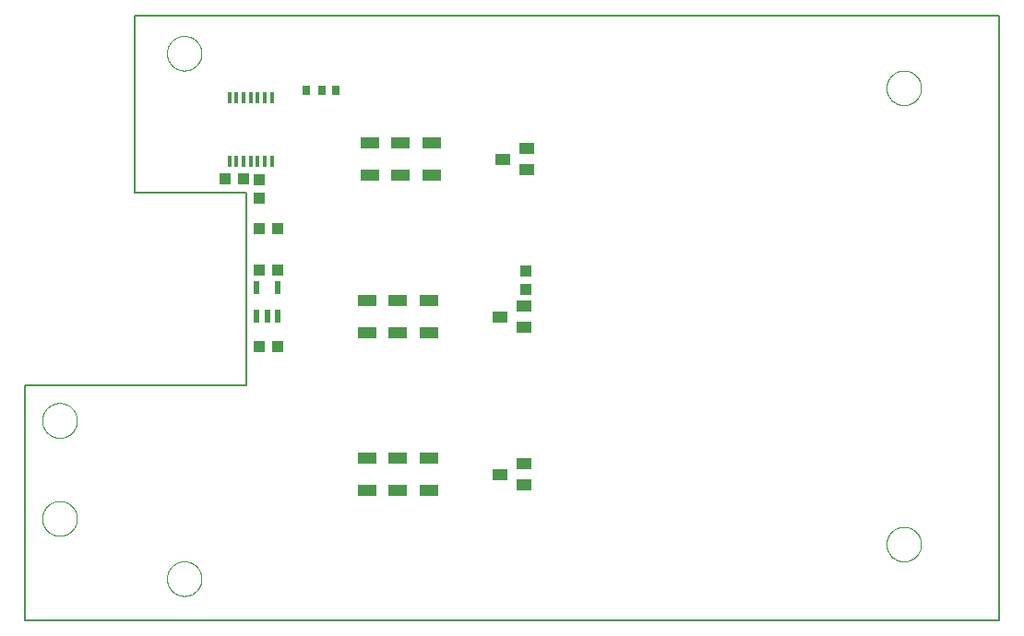
<source format=gbp>
G75*
%MOIN*%
%OFA0B0*%
%FSLAX25Y25*%
%IPPOS*%
%LPD*%
%AMOC8*
5,1,8,0,0,1.08239X$1,22.5*
%
%ADD10C,0.00500*%
%ADD11C,0.00000*%
%ADD12R,0.07100X0.04400*%
%ADD13R,0.05512X0.03937*%
%ADD14R,0.01200X0.03900*%
%ADD15R,0.04331X0.03937*%
%ADD16R,0.03937X0.04331*%
%ADD17R,0.02165X0.04724*%
%ADD18R,0.02600X0.03800*%
D10*
X0026831Y0025600D02*
X0026831Y0110600D01*
X0106831Y0110600D01*
X0106831Y0180100D01*
X0066331Y0180100D01*
X0066331Y0244100D01*
X0378831Y0244100D01*
X0378831Y0025600D01*
X0026831Y0025600D01*
D11*
X0032996Y0062383D02*
X0032998Y0062541D01*
X0033004Y0062699D01*
X0033014Y0062857D01*
X0033028Y0063015D01*
X0033046Y0063172D01*
X0033067Y0063329D01*
X0033093Y0063485D01*
X0033123Y0063641D01*
X0033156Y0063796D01*
X0033194Y0063949D01*
X0033235Y0064102D01*
X0033280Y0064254D01*
X0033329Y0064405D01*
X0033382Y0064554D01*
X0033438Y0064702D01*
X0033498Y0064848D01*
X0033562Y0064993D01*
X0033630Y0065136D01*
X0033701Y0065278D01*
X0033775Y0065418D01*
X0033853Y0065555D01*
X0033935Y0065691D01*
X0034019Y0065825D01*
X0034108Y0065956D01*
X0034199Y0066085D01*
X0034294Y0066212D01*
X0034391Y0066337D01*
X0034492Y0066459D01*
X0034596Y0066578D01*
X0034703Y0066695D01*
X0034813Y0066809D01*
X0034926Y0066920D01*
X0035041Y0067029D01*
X0035159Y0067134D01*
X0035280Y0067236D01*
X0035403Y0067336D01*
X0035529Y0067432D01*
X0035657Y0067525D01*
X0035787Y0067615D01*
X0035920Y0067701D01*
X0036055Y0067785D01*
X0036191Y0067864D01*
X0036330Y0067941D01*
X0036471Y0068013D01*
X0036613Y0068083D01*
X0036757Y0068148D01*
X0036903Y0068210D01*
X0037050Y0068268D01*
X0037199Y0068323D01*
X0037349Y0068374D01*
X0037500Y0068421D01*
X0037652Y0068464D01*
X0037805Y0068503D01*
X0037960Y0068539D01*
X0038115Y0068570D01*
X0038271Y0068598D01*
X0038427Y0068622D01*
X0038584Y0068642D01*
X0038742Y0068658D01*
X0038899Y0068670D01*
X0039058Y0068678D01*
X0039216Y0068682D01*
X0039374Y0068682D01*
X0039532Y0068678D01*
X0039691Y0068670D01*
X0039848Y0068658D01*
X0040006Y0068642D01*
X0040163Y0068622D01*
X0040319Y0068598D01*
X0040475Y0068570D01*
X0040630Y0068539D01*
X0040785Y0068503D01*
X0040938Y0068464D01*
X0041090Y0068421D01*
X0041241Y0068374D01*
X0041391Y0068323D01*
X0041540Y0068268D01*
X0041687Y0068210D01*
X0041833Y0068148D01*
X0041977Y0068083D01*
X0042119Y0068013D01*
X0042260Y0067941D01*
X0042399Y0067864D01*
X0042535Y0067785D01*
X0042670Y0067701D01*
X0042803Y0067615D01*
X0042933Y0067525D01*
X0043061Y0067432D01*
X0043187Y0067336D01*
X0043310Y0067236D01*
X0043431Y0067134D01*
X0043549Y0067029D01*
X0043664Y0066920D01*
X0043777Y0066809D01*
X0043887Y0066695D01*
X0043994Y0066578D01*
X0044098Y0066459D01*
X0044199Y0066337D01*
X0044296Y0066212D01*
X0044391Y0066085D01*
X0044482Y0065956D01*
X0044571Y0065825D01*
X0044655Y0065691D01*
X0044737Y0065555D01*
X0044815Y0065418D01*
X0044889Y0065278D01*
X0044960Y0065136D01*
X0045028Y0064993D01*
X0045092Y0064848D01*
X0045152Y0064702D01*
X0045208Y0064554D01*
X0045261Y0064405D01*
X0045310Y0064254D01*
X0045355Y0064102D01*
X0045396Y0063949D01*
X0045434Y0063796D01*
X0045467Y0063641D01*
X0045497Y0063485D01*
X0045523Y0063329D01*
X0045544Y0063172D01*
X0045562Y0063015D01*
X0045576Y0062857D01*
X0045586Y0062699D01*
X0045592Y0062541D01*
X0045594Y0062383D01*
X0045592Y0062225D01*
X0045586Y0062067D01*
X0045576Y0061909D01*
X0045562Y0061751D01*
X0045544Y0061594D01*
X0045523Y0061437D01*
X0045497Y0061281D01*
X0045467Y0061125D01*
X0045434Y0060970D01*
X0045396Y0060817D01*
X0045355Y0060664D01*
X0045310Y0060512D01*
X0045261Y0060361D01*
X0045208Y0060212D01*
X0045152Y0060064D01*
X0045092Y0059918D01*
X0045028Y0059773D01*
X0044960Y0059630D01*
X0044889Y0059488D01*
X0044815Y0059348D01*
X0044737Y0059211D01*
X0044655Y0059075D01*
X0044571Y0058941D01*
X0044482Y0058810D01*
X0044391Y0058681D01*
X0044296Y0058554D01*
X0044199Y0058429D01*
X0044098Y0058307D01*
X0043994Y0058188D01*
X0043887Y0058071D01*
X0043777Y0057957D01*
X0043664Y0057846D01*
X0043549Y0057737D01*
X0043431Y0057632D01*
X0043310Y0057530D01*
X0043187Y0057430D01*
X0043061Y0057334D01*
X0042933Y0057241D01*
X0042803Y0057151D01*
X0042670Y0057065D01*
X0042535Y0056981D01*
X0042399Y0056902D01*
X0042260Y0056825D01*
X0042119Y0056753D01*
X0041977Y0056683D01*
X0041833Y0056618D01*
X0041687Y0056556D01*
X0041540Y0056498D01*
X0041391Y0056443D01*
X0041241Y0056392D01*
X0041090Y0056345D01*
X0040938Y0056302D01*
X0040785Y0056263D01*
X0040630Y0056227D01*
X0040475Y0056196D01*
X0040319Y0056168D01*
X0040163Y0056144D01*
X0040006Y0056124D01*
X0039848Y0056108D01*
X0039691Y0056096D01*
X0039532Y0056088D01*
X0039374Y0056084D01*
X0039216Y0056084D01*
X0039058Y0056088D01*
X0038899Y0056096D01*
X0038742Y0056108D01*
X0038584Y0056124D01*
X0038427Y0056144D01*
X0038271Y0056168D01*
X0038115Y0056196D01*
X0037960Y0056227D01*
X0037805Y0056263D01*
X0037652Y0056302D01*
X0037500Y0056345D01*
X0037349Y0056392D01*
X0037199Y0056443D01*
X0037050Y0056498D01*
X0036903Y0056556D01*
X0036757Y0056618D01*
X0036613Y0056683D01*
X0036471Y0056753D01*
X0036330Y0056825D01*
X0036191Y0056902D01*
X0036055Y0056981D01*
X0035920Y0057065D01*
X0035787Y0057151D01*
X0035657Y0057241D01*
X0035529Y0057334D01*
X0035403Y0057430D01*
X0035280Y0057530D01*
X0035159Y0057632D01*
X0035041Y0057737D01*
X0034926Y0057846D01*
X0034813Y0057957D01*
X0034703Y0058071D01*
X0034596Y0058188D01*
X0034492Y0058307D01*
X0034391Y0058429D01*
X0034294Y0058554D01*
X0034199Y0058681D01*
X0034108Y0058810D01*
X0034019Y0058941D01*
X0033935Y0059075D01*
X0033853Y0059211D01*
X0033775Y0059348D01*
X0033701Y0059488D01*
X0033630Y0059630D01*
X0033562Y0059773D01*
X0033498Y0059918D01*
X0033438Y0060064D01*
X0033382Y0060212D01*
X0033329Y0060361D01*
X0033280Y0060512D01*
X0033235Y0060664D01*
X0033194Y0060817D01*
X0033156Y0060970D01*
X0033123Y0061125D01*
X0033093Y0061281D01*
X0033067Y0061437D01*
X0033046Y0061594D01*
X0033028Y0061751D01*
X0033014Y0061909D01*
X0033004Y0062067D01*
X0032998Y0062225D01*
X0032996Y0062383D01*
X0078081Y0040600D02*
X0078083Y0040758D01*
X0078089Y0040915D01*
X0078099Y0041073D01*
X0078113Y0041230D01*
X0078131Y0041386D01*
X0078152Y0041543D01*
X0078178Y0041698D01*
X0078208Y0041853D01*
X0078241Y0042007D01*
X0078279Y0042160D01*
X0078320Y0042313D01*
X0078365Y0042464D01*
X0078414Y0042614D01*
X0078467Y0042762D01*
X0078523Y0042910D01*
X0078584Y0043055D01*
X0078647Y0043200D01*
X0078715Y0043342D01*
X0078786Y0043483D01*
X0078860Y0043622D01*
X0078938Y0043759D01*
X0079020Y0043894D01*
X0079104Y0044027D01*
X0079193Y0044158D01*
X0079284Y0044286D01*
X0079379Y0044413D01*
X0079476Y0044536D01*
X0079577Y0044658D01*
X0079681Y0044776D01*
X0079788Y0044892D01*
X0079898Y0045005D01*
X0080010Y0045116D01*
X0080126Y0045223D01*
X0080244Y0045328D01*
X0080364Y0045430D01*
X0080487Y0045528D01*
X0080613Y0045624D01*
X0080741Y0045716D01*
X0080871Y0045805D01*
X0081003Y0045891D01*
X0081138Y0045973D01*
X0081275Y0046052D01*
X0081413Y0046127D01*
X0081553Y0046199D01*
X0081696Y0046267D01*
X0081839Y0046332D01*
X0081985Y0046393D01*
X0082132Y0046450D01*
X0082280Y0046504D01*
X0082430Y0046554D01*
X0082580Y0046600D01*
X0082732Y0046642D01*
X0082885Y0046681D01*
X0083039Y0046715D01*
X0083194Y0046746D01*
X0083349Y0046772D01*
X0083505Y0046795D01*
X0083662Y0046814D01*
X0083819Y0046829D01*
X0083976Y0046840D01*
X0084134Y0046847D01*
X0084292Y0046850D01*
X0084449Y0046849D01*
X0084607Y0046844D01*
X0084764Y0046835D01*
X0084922Y0046822D01*
X0085078Y0046805D01*
X0085235Y0046784D01*
X0085390Y0046760D01*
X0085545Y0046731D01*
X0085700Y0046698D01*
X0085853Y0046662D01*
X0086006Y0046621D01*
X0086157Y0046577D01*
X0086307Y0046529D01*
X0086456Y0046478D01*
X0086604Y0046422D01*
X0086750Y0046363D01*
X0086895Y0046300D01*
X0087038Y0046233D01*
X0087179Y0046163D01*
X0087318Y0046090D01*
X0087456Y0046013D01*
X0087592Y0045932D01*
X0087725Y0045848D01*
X0087856Y0045761D01*
X0087985Y0045670D01*
X0088112Y0045576D01*
X0088237Y0045479D01*
X0088358Y0045379D01*
X0088478Y0045276D01*
X0088594Y0045170D01*
X0088708Y0045061D01*
X0088820Y0044949D01*
X0088928Y0044835D01*
X0089033Y0044717D01*
X0089136Y0044597D01*
X0089235Y0044475D01*
X0089331Y0044350D01*
X0089424Y0044222D01*
X0089514Y0044093D01*
X0089600Y0043961D01*
X0089684Y0043827D01*
X0089763Y0043691D01*
X0089840Y0043553D01*
X0089912Y0043413D01*
X0089981Y0043271D01*
X0090047Y0043128D01*
X0090109Y0042983D01*
X0090167Y0042836D01*
X0090222Y0042688D01*
X0090273Y0042539D01*
X0090320Y0042388D01*
X0090363Y0042237D01*
X0090402Y0042084D01*
X0090438Y0041930D01*
X0090469Y0041776D01*
X0090497Y0041621D01*
X0090521Y0041465D01*
X0090541Y0041308D01*
X0090557Y0041151D01*
X0090569Y0040994D01*
X0090577Y0040837D01*
X0090581Y0040679D01*
X0090581Y0040521D01*
X0090577Y0040363D01*
X0090569Y0040206D01*
X0090557Y0040049D01*
X0090541Y0039892D01*
X0090521Y0039735D01*
X0090497Y0039579D01*
X0090469Y0039424D01*
X0090438Y0039270D01*
X0090402Y0039116D01*
X0090363Y0038963D01*
X0090320Y0038812D01*
X0090273Y0038661D01*
X0090222Y0038512D01*
X0090167Y0038364D01*
X0090109Y0038217D01*
X0090047Y0038072D01*
X0089981Y0037929D01*
X0089912Y0037787D01*
X0089840Y0037647D01*
X0089763Y0037509D01*
X0089684Y0037373D01*
X0089600Y0037239D01*
X0089514Y0037107D01*
X0089424Y0036978D01*
X0089331Y0036850D01*
X0089235Y0036725D01*
X0089136Y0036603D01*
X0089033Y0036483D01*
X0088928Y0036365D01*
X0088820Y0036251D01*
X0088708Y0036139D01*
X0088594Y0036030D01*
X0088478Y0035924D01*
X0088358Y0035821D01*
X0088237Y0035721D01*
X0088112Y0035624D01*
X0087985Y0035530D01*
X0087856Y0035439D01*
X0087725Y0035352D01*
X0087592Y0035268D01*
X0087456Y0035187D01*
X0087318Y0035110D01*
X0087179Y0035037D01*
X0087038Y0034967D01*
X0086895Y0034900D01*
X0086750Y0034837D01*
X0086604Y0034778D01*
X0086456Y0034722D01*
X0086307Y0034671D01*
X0086157Y0034623D01*
X0086006Y0034579D01*
X0085853Y0034538D01*
X0085700Y0034502D01*
X0085545Y0034469D01*
X0085390Y0034440D01*
X0085235Y0034416D01*
X0085078Y0034395D01*
X0084922Y0034378D01*
X0084764Y0034365D01*
X0084607Y0034356D01*
X0084449Y0034351D01*
X0084292Y0034350D01*
X0084134Y0034353D01*
X0083976Y0034360D01*
X0083819Y0034371D01*
X0083662Y0034386D01*
X0083505Y0034405D01*
X0083349Y0034428D01*
X0083194Y0034454D01*
X0083039Y0034485D01*
X0082885Y0034519D01*
X0082732Y0034558D01*
X0082580Y0034600D01*
X0082430Y0034646D01*
X0082280Y0034696D01*
X0082132Y0034750D01*
X0081985Y0034807D01*
X0081839Y0034868D01*
X0081696Y0034933D01*
X0081553Y0035001D01*
X0081413Y0035073D01*
X0081275Y0035148D01*
X0081138Y0035227D01*
X0081003Y0035309D01*
X0080871Y0035395D01*
X0080741Y0035484D01*
X0080613Y0035576D01*
X0080487Y0035672D01*
X0080364Y0035770D01*
X0080244Y0035872D01*
X0080126Y0035977D01*
X0080010Y0036084D01*
X0079898Y0036195D01*
X0079788Y0036308D01*
X0079681Y0036424D01*
X0079577Y0036542D01*
X0079476Y0036664D01*
X0079379Y0036787D01*
X0079284Y0036914D01*
X0079193Y0037042D01*
X0079104Y0037173D01*
X0079020Y0037306D01*
X0078938Y0037441D01*
X0078860Y0037578D01*
X0078786Y0037717D01*
X0078715Y0037858D01*
X0078647Y0038000D01*
X0078584Y0038145D01*
X0078523Y0038290D01*
X0078467Y0038438D01*
X0078414Y0038586D01*
X0078365Y0038736D01*
X0078320Y0038887D01*
X0078279Y0039040D01*
X0078241Y0039193D01*
X0078208Y0039347D01*
X0078178Y0039502D01*
X0078152Y0039657D01*
X0078131Y0039814D01*
X0078113Y0039970D01*
X0078099Y0040127D01*
X0078089Y0040285D01*
X0078083Y0040442D01*
X0078081Y0040600D01*
X0032996Y0097817D02*
X0032998Y0097975D01*
X0033004Y0098133D01*
X0033014Y0098291D01*
X0033028Y0098449D01*
X0033046Y0098606D01*
X0033067Y0098763D01*
X0033093Y0098919D01*
X0033123Y0099075D01*
X0033156Y0099230D01*
X0033194Y0099383D01*
X0033235Y0099536D01*
X0033280Y0099688D01*
X0033329Y0099839D01*
X0033382Y0099988D01*
X0033438Y0100136D01*
X0033498Y0100282D01*
X0033562Y0100427D01*
X0033630Y0100570D01*
X0033701Y0100712D01*
X0033775Y0100852D01*
X0033853Y0100989D01*
X0033935Y0101125D01*
X0034019Y0101259D01*
X0034108Y0101390D01*
X0034199Y0101519D01*
X0034294Y0101646D01*
X0034391Y0101771D01*
X0034492Y0101893D01*
X0034596Y0102012D01*
X0034703Y0102129D01*
X0034813Y0102243D01*
X0034926Y0102354D01*
X0035041Y0102463D01*
X0035159Y0102568D01*
X0035280Y0102670D01*
X0035403Y0102770D01*
X0035529Y0102866D01*
X0035657Y0102959D01*
X0035787Y0103049D01*
X0035920Y0103135D01*
X0036055Y0103219D01*
X0036191Y0103298D01*
X0036330Y0103375D01*
X0036471Y0103447D01*
X0036613Y0103517D01*
X0036757Y0103582D01*
X0036903Y0103644D01*
X0037050Y0103702D01*
X0037199Y0103757D01*
X0037349Y0103808D01*
X0037500Y0103855D01*
X0037652Y0103898D01*
X0037805Y0103937D01*
X0037960Y0103973D01*
X0038115Y0104004D01*
X0038271Y0104032D01*
X0038427Y0104056D01*
X0038584Y0104076D01*
X0038742Y0104092D01*
X0038899Y0104104D01*
X0039058Y0104112D01*
X0039216Y0104116D01*
X0039374Y0104116D01*
X0039532Y0104112D01*
X0039691Y0104104D01*
X0039848Y0104092D01*
X0040006Y0104076D01*
X0040163Y0104056D01*
X0040319Y0104032D01*
X0040475Y0104004D01*
X0040630Y0103973D01*
X0040785Y0103937D01*
X0040938Y0103898D01*
X0041090Y0103855D01*
X0041241Y0103808D01*
X0041391Y0103757D01*
X0041540Y0103702D01*
X0041687Y0103644D01*
X0041833Y0103582D01*
X0041977Y0103517D01*
X0042119Y0103447D01*
X0042260Y0103375D01*
X0042399Y0103298D01*
X0042535Y0103219D01*
X0042670Y0103135D01*
X0042803Y0103049D01*
X0042933Y0102959D01*
X0043061Y0102866D01*
X0043187Y0102770D01*
X0043310Y0102670D01*
X0043431Y0102568D01*
X0043549Y0102463D01*
X0043664Y0102354D01*
X0043777Y0102243D01*
X0043887Y0102129D01*
X0043994Y0102012D01*
X0044098Y0101893D01*
X0044199Y0101771D01*
X0044296Y0101646D01*
X0044391Y0101519D01*
X0044482Y0101390D01*
X0044571Y0101259D01*
X0044655Y0101125D01*
X0044737Y0100989D01*
X0044815Y0100852D01*
X0044889Y0100712D01*
X0044960Y0100570D01*
X0045028Y0100427D01*
X0045092Y0100282D01*
X0045152Y0100136D01*
X0045208Y0099988D01*
X0045261Y0099839D01*
X0045310Y0099688D01*
X0045355Y0099536D01*
X0045396Y0099383D01*
X0045434Y0099230D01*
X0045467Y0099075D01*
X0045497Y0098919D01*
X0045523Y0098763D01*
X0045544Y0098606D01*
X0045562Y0098449D01*
X0045576Y0098291D01*
X0045586Y0098133D01*
X0045592Y0097975D01*
X0045594Y0097817D01*
X0045592Y0097659D01*
X0045586Y0097501D01*
X0045576Y0097343D01*
X0045562Y0097185D01*
X0045544Y0097028D01*
X0045523Y0096871D01*
X0045497Y0096715D01*
X0045467Y0096559D01*
X0045434Y0096404D01*
X0045396Y0096251D01*
X0045355Y0096098D01*
X0045310Y0095946D01*
X0045261Y0095795D01*
X0045208Y0095646D01*
X0045152Y0095498D01*
X0045092Y0095352D01*
X0045028Y0095207D01*
X0044960Y0095064D01*
X0044889Y0094922D01*
X0044815Y0094782D01*
X0044737Y0094645D01*
X0044655Y0094509D01*
X0044571Y0094375D01*
X0044482Y0094244D01*
X0044391Y0094115D01*
X0044296Y0093988D01*
X0044199Y0093863D01*
X0044098Y0093741D01*
X0043994Y0093622D01*
X0043887Y0093505D01*
X0043777Y0093391D01*
X0043664Y0093280D01*
X0043549Y0093171D01*
X0043431Y0093066D01*
X0043310Y0092964D01*
X0043187Y0092864D01*
X0043061Y0092768D01*
X0042933Y0092675D01*
X0042803Y0092585D01*
X0042670Y0092499D01*
X0042535Y0092415D01*
X0042399Y0092336D01*
X0042260Y0092259D01*
X0042119Y0092187D01*
X0041977Y0092117D01*
X0041833Y0092052D01*
X0041687Y0091990D01*
X0041540Y0091932D01*
X0041391Y0091877D01*
X0041241Y0091826D01*
X0041090Y0091779D01*
X0040938Y0091736D01*
X0040785Y0091697D01*
X0040630Y0091661D01*
X0040475Y0091630D01*
X0040319Y0091602D01*
X0040163Y0091578D01*
X0040006Y0091558D01*
X0039848Y0091542D01*
X0039691Y0091530D01*
X0039532Y0091522D01*
X0039374Y0091518D01*
X0039216Y0091518D01*
X0039058Y0091522D01*
X0038899Y0091530D01*
X0038742Y0091542D01*
X0038584Y0091558D01*
X0038427Y0091578D01*
X0038271Y0091602D01*
X0038115Y0091630D01*
X0037960Y0091661D01*
X0037805Y0091697D01*
X0037652Y0091736D01*
X0037500Y0091779D01*
X0037349Y0091826D01*
X0037199Y0091877D01*
X0037050Y0091932D01*
X0036903Y0091990D01*
X0036757Y0092052D01*
X0036613Y0092117D01*
X0036471Y0092187D01*
X0036330Y0092259D01*
X0036191Y0092336D01*
X0036055Y0092415D01*
X0035920Y0092499D01*
X0035787Y0092585D01*
X0035657Y0092675D01*
X0035529Y0092768D01*
X0035403Y0092864D01*
X0035280Y0092964D01*
X0035159Y0093066D01*
X0035041Y0093171D01*
X0034926Y0093280D01*
X0034813Y0093391D01*
X0034703Y0093505D01*
X0034596Y0093622D01*
X0034492Y0093741D01*
X0034391Y0093863D01*
X0034294Y0093988D01*
X0034199Y0094115D01*
X0034108Y0094244D01*
X0034019Y0094375D01*
X0033935Y0094509D01*
X0033853Y0094645D01*
X0033775Y0094782D01*
X0033701Y0094922D01*
X0033630Y0095064D01*
X0033562Y0095207D01*
X0033498Y0095352D01*
X0033438Y0095498D01*
X0033382Y0095646D01*
X0033329Y0095795D01*
X0033280Y0095946D01*
X0033235Y0096098D01*
X0033194Y0096251D01*
X0033156Y0096404D01*
X0033123Y0096559D01*
X0033093Y0096715D01*
X0033067Y0096871D01*
X0033046Y0097028D01*
X0033028Y0097185D01*
X0033014Y0097343D01*
X0033004Y0097501D01*
X0032998Y0097659D01*
X0032996Y0097817D01*
X0078081Y0230600D02*
X0078083Y0230758D01*
X0078089Y0230915D01*
X0078099Y0231073D01*
X0078113Y0231230D01*
X0078131Y0231386D01*
X0078152Y0231543D01*
X0078178Y0231698D01*
X0078208Y0231853D01*
X0078241Y0232007D01*
X0078279Y0232160D01*
X0078320Y0232313D01*
X0078365Y0232464D01*
X0078414Y0232614D01*
X0078467Y0232762D01*
X0078523Y0232910D01*
X0078584Y0233055D01*
X0078647Y0233200D01*
X0078715Y0233342D01*
X0078786Y0233483D01*
X0078860Y0233622D01*
X0078938Y0233759D01*
X0079020Y0233894D01*
X0079104Y0234027D01*
X0079193Y0234158D01*
X0079284Y0234286D01*
X0079379Y0234413D01*
X0079476Y0234536D01*
X0079577Y0234658D01*
X0079681Y0234776D01*
X0079788Y0234892D01*
X0079898Y0235005D01*
X0080010Y0235116D01*
X0080126Y0235223D01*
X0080244Y0235328D01*
X0080364Y0235430D01*
X0080487Y0235528D01*
X0080613Y0235624D01*
X0080741Y0235716D01*
X0080871Y0235805D01*
X0081003Y0235891D01*
X0081138Y0235973D01*
X0081275Y0236052D01*
X0081413Y0236127D01*
X0081553Y0236199D01*
X0081696Y0236267D01*
X0081839Y0236332D01*
X0081985Y0236393D01*
X0082132Y0236450D01*
X0082280Y0236504D01*
X0082430Y0236554D01*
X0082580Y0236600D01*
X0082732Y0236642D01*
X0082885Y0236681D01*
X0083039Y0236715D01*
X0083194Y0236746D01*
X0083349Y0236772D01*
X0083505Y0236795D01*
X0083662Y0236814D01*
X0083819Y0236829D01*
X0083976Y0236840D01*
X0084134Y0236847D01*
X0084292Y0236850D01*
X0084449Y0236849D01*
X0084607Y0236844D01*
X0084764Y0236835D01*
X0084922Y0236822D01*
X0085078Y0236805D01*
X0085235Y0236784D01*
X0085390Y0236760D01*
X0085545Y0236731D01*
X0085700Y0236698D01*
X0085853Y0236662D01*
X0086006Y0236621D01*
X0086157Y0236577D01*
X0086307Y0236529D01*
X0086456Y0236478D01*
X0086604Y0236422D01*
X0086750Y0236363D01*
X0086895Y0236300D01*
X0087038Y0236233D01*
X0087179Y0236163D01*
X0087318Y0236090D01*
X0087456Y0236013D01*
X0087592Y0235932D01*
X0087725Y0235848D01*
X0087856Y0235761D01*
X0087985Y0235670D01*
X0088112Y0235576D01*
X0088237Y0235479D01*
X0088358Y0235379D01*
X0088478Y0235276D01*
X0088594Y0235170D01*
X0088708Y0235061D01*
X0088820Y0234949D01*
X0088928Y0234835D01*
X0089033Y0234717D01*
X0089136Y0234597D01*
X0089235Y0234475D01*
X0089331Y0234350D01*
X0089424Y0234222D01*
X0089514Y0234093D01*
X0089600Y0233961D01*
X0089684Y0233827D01*
X0089763Y0233691D01*
X0089840Y0233553D01*
X0089912Y0233413D01*
X0089981Y0233271D01*
X0090047Y0233128D01*
X0090109Y0232983D01*
X0090167Y0232836D01*
X0090222Y0232688D01*
X0090273Y0232539D01*
X0090320Y0232388D01*
X0090363Y0232237D01*
X0090402Y0232084D01*
X0090438Y0231930D01*
X0090469Y0231776D01*
X0090497Y0231621D01*
X0090521Y0231465D01*
X0090541Y0231308D01*
X0090557Y0231151D01*
X0090569Y0230994D01*
X0090577Y0230837D01*
X0090581Y0230679D01*
X0090581Y0230521D01*
X0090577Y0230363D01*
X0090569Y0230206D01*
X0090557Y0230049D01*
X0090541Y0229892D01*
X0090521Y0229735D01*
X0090497Y0229579D01*
X0090469Y0229424D01*
X0090438Y0229270D01*
X0090402Y0229116D01*
X0090363Y0228963D01*
X0090320Y0228812D01*
X0090273Y0228661D01*
X0090222Y0228512D01*
X0090167Y0228364D01*
X0090109Y0228217D01*
X0090047Y0228072D01*
X0089981Y0227929D01*
X0089912Y0227787D01*
X0089840Y0227647D01*
X0089763Y0227509D01*
X0089684Y0227373D01*
X0089600Y0227239D01*
X0089514Y0227107D01*
X0089424Y0226978D01*
X0089331Y0226850D01*
X0089235Y0226725D01*
X0089136Y0226603D01*
X0089033Y0226483D01*
X0088928Y0226365D01*
X0088820Y0226251D01*
X0088708Y0226139D01*
X0088594Y0226030D01*
X0088478Y0225924D01*
X0088358Y0225821D01*
X0088237Y0225721D01*
X0088112Y0225624D01*
X0087985Y0225530D01*
X0087856Y0225439D01*
X0087725Y0225352D01*
X0087592Y0225268D01*
X0087456Y0225187D01*
X0087318Y0225110D01*
X0087179Y0225037D01*
X0087038Y0224967D01*
X0086895Y0224900D01*
X0086750Y0224837D01*
X0086604Y0224778D01*
X0086456Y0224722D01*
X0086307Y0224671D01*
X0086157Y0224623D01*
X0086006Y0224579D01*
X0085853Y0224538D01*
X0085700Y0224502D01*
X0085545Y0224469D01*
X0085390Y0224440D01*
X0085235Y0224416D01*
X0085078Y0224395D01*
X0084922Y0224378D01*
X0084764Y0224365D01*
X0084607Y0224356D01*
X0084449Y0224351D01*
X0084292Y0224350D01*
X0084134Y0224353D01*
X0083976Y0224360D01*
X0083819Y0224371D01*
X0083662Y0224386D01*
X0083505Y0224405D01*
X0083349Y0224428D01*
X0083194Y0224454D01*
X0083039Y0224485D01*
X0082885Y0224519D01*
X0082732Y0224558D01*
X0082580Y0224600D01*
X0082430Y0224646D01*
X0082280Y0224696D01*
X0082132Y0224750D01*
X0081985Y0224807D01*
X0081839Y0224868D01*
X0081696Y0224933D01*
X0081553Y0225001D01*
X0081413Y0225073D01*
X0081275Y0225148D01*
X0081138Y0225227D01*
X0081003Y0225309D01*
X0080871Y0225395D01*
X0080741Y0225484D01*
X0080613Y0225576D01*
X0080487Y0225672D01*
X0080364Y0225770D01*
X0080244Y0225872D01*
X0080126Y0225977D01*
X0080010Y0226084D01*
X0079898Y0226195D01*
X0079788Y0226308D01*
X0079681Y0226424D01*
X0079577Y0226542D01*
X0079476Y0226664D01*
X0079379Y0226787D01*
X0079284Y0226914D01*
X0079193Y0227042D01*
X0079104Y0227173D01*
X0079020Y0227306D01*
X0078938Y0227441D01*
X0078860Y0227578D01*
X0078786Y0227717D01*
X0078715Y0227858D01*
X0078647Y0228000D01*
X0078584Y0228145D01*
X0078523Y0228290D01*
X0078467Y0228438D01*
X0078414Y0228586D01*
X0078365Y0228736D01*
X0078320Y0228887D01*
X0078279Y0229040D01*
X0078241Y0229193D01*
X0078208Y0229347D01*
X0078178Y0229502D01*
X0078152Y0229657D01*
X0078131Y0229814D01*
X0078113Y0229970D01*
X0078099Y0230127D01*
X0078089Y0230285D01*
X0078083Y0230442D01*
X0078081Y0230600D01*
X0338081Y0218100D02*
X0338083Y0218258D01*
X0338089Y0218415D01*
X0338099Y0218573D01*
X0338113Y0218730D01*
X0338131Y0218886D01*
X0338152Y0219043D01*
X0338178Y0219198D01*
X0338208Y0219353D01*
X0338241Y0219507D01*
X0338279Y0219660D01*
X0338320Y0219813D01*
X0338365Y0219964D01*
X0338414Y0220114D01*
X0338467Y0220262D01*
X0338523Y0220410D01*
X0338584Y0220555D01*
X0338647Y0220700D01*
X0338715Y0220842D01*
X0338786Y0220983D01*
X0338860Y0221122D01*
X0338938Y0221259D01*
X0339020Y0221394D01*
X0339104Y0221527D01*
X0339193Y0221658D01*
X0339284Y0221786D01*
X0339379Y0221913D01*
X0339476Y0222036D01*
X0339577Y0222158D01*
X0339681Y0222276D01*
X0339788Y0222392D01*
X0339898Y0222505D01*
X0340010Y0222616D01*
X0340126Y0222723D01*
X0340244Y0222828D01*
X0340364Y0222930D01*
X0340487Y0223028D01*
X0340613Y0223124D01*
X0340741Y0223216D01*
X0340871Y0223305D01*
X0341003Y0223391D01*
X0341138Y0223473D01*
X0341275Y0223552D01*
X0341413Y0223627D01*
X0341553Y0223699D01*
X0341696Y0223767D01*
X0341839Y0223832D01*
X0341985Y0223893D01*
X0342132Y0223950D01*
X0342280Y0224004D01*
X0342430Y0224054D01*
X0342580Y0224100D01*
X0342732Y0224142D01*
X0342885Y0224181D01*
X0343039Y0224215D01*
X0343194Y0224246D01*
X0343349Y0224272D01*
X0343505Y0224295D01*
X0343662Y0224314D01*
X0343819Y0224329D01*
X0343976Y0224340D01*
X0344134Y0224347D01*
X0344292Y0224350D01*
X0344449Y0224349D01*
X0344607Y0224344D01*
X0344764Y0224335D01*
X0344922Y0224322D01*
X0345078Y0224305D01*
X0345235Y0224284D01*
X0345390Y0224260D01*
X0345545Y0224231D01*
X0345700Y0224198D01*
X0345853Y0224162D01*
X0346006Y0224121D01*
X0346157Y0224077D01*
X0346307Y0224029D01*
X0346456Y0223978D01*
X0346604Y0223922D01*
X0346750Y0223863D01*
X0346895Y0223800D01*
X0347038Y0223733D01*
X0347179Y0223663D01*
X0347318Y0223590D01*
X0347456Y0223513D01*
X0347592Y0223432D01*
X0347725Y0223348D01*
X0347856Y0223261D01*
X0347985Y0223170D01*
X0348112Y0223076D01*
X0348237Y0222979D01*
X0348358Y0222879D01*
X0348478Y0222776D01*
X0348594Y0222670D01*
X0348708Y0222561D01*
X0348820Y0222449D01*
X0348928Y0222335D01*
X0349033Y0222217D01*
X0349136Y0222097D01*
X0349235Y0221975D01*
X0349331Y0221850D01*
X0349424Y0221722D01*
X0349514Y0221593D01*
X0349600Y0221461D01*
X0349684Y0221327D01*
X0349763Y0221191D01*
X0349840Y0221053D01*
X0349912Y0220913D01*
X0349981Y0220771D01*
X0350047Y0220628D01*
X0350109Y0220483D01*
X0350167Y0220336D01*
X0350222Y0220188D01*
X0350273Y0220039D01*
X0350320Y0219888D01*
X0350363Y0219737D01*
X0350402Y0219584D01*
X0350438Y0219430D01*
X0350469Y0219276D01*
X0350497Y0219121D01*
X0350521Y0218965D01*
X0350541Y0218808D01*
X0350557Y0218651D01*
X0350569Y0218494D01*
X0350577Y0218337D01*
X0350581Y0218179D01*
X0350581Y0218021D01*
X0350577Y0217863D01*
X0350569Y0217706D01*
X0350557Y0217549D01*
X0350541Y0217392D01*
X0350521Y0217235D01*
X0350497Y0217079D01*
X0350469Y0216924D01*
X0350438Y0216770D01*
X0350402Y0216616D01*
X0350363Y0216463D01*
X0350320Y0216312D01*
X0350273Y0216161D01*
X0350222Y0216012D01*
X0350167Y0215864D01*
X0350109Y0215717D01*
X0350047Y0215572D01*
X0349981Y0215429D01*
X0349912Y0215287D01*
X0349840Y0215147D01*
X0349763Y0215009D01*
X0349684Y0214873D01*
X0349600Y0214739D01*
X0349514Y0214607D01*
X0349424Y0214478D01*
X0349331Y0214350D01*
X0349235Y0214225D01*
X0349136Y0214103D01*
X0349033Y0213983D01*
X0348928Y0213865D01*
X0348820Y0213751D01*
X0348708Y0213639D01*
X0348594Y0213530D01*
X0348478Y0213424D01*
X0348358Y0213321D01*
X0348237Y0213221D01*
X0348112Y0213124D01*
X0347985Y0213030D01*
X0347856Y0212939D01*
X0347725Y0212852D01*
X0347592Y0212768D01*
X0347456Y0212687D01*
X0347318Y0212610D01*
X0347179Y0212537D01*
X0347038Y0212467D01*
X0346895Y0212400D01*
X0346750Y0212337D01*
X0346604Y0212278D01*
X0346456Y0212222D01*
X0346307Y0212171D01*
X0346157Y0212123D01*
X0346006Y0212079D01*
X0345853Y0212038D01*
X0345700Y0212002D01*
X0345545Y0211969D01*
X0345390Y0211940D01*
X0345235Y0211916D01*
X0345078Y0211895D01*
X0344922Y0211878D01*
X0344764Y0211865D01*
X0344607Y0211856D01*
X0344449Y0211851D01*
X0344292Y0211850D01*
X0344134Y0211853D01*
X0343976Y0211860D01*
X0343819Y0211871D01*
X0343662Y0211886D01*
X0343505Y0211905D01*
X0343349Y0211928D01*
X0343194Y0211954D01*
X0343039Y0211985D01*
X0342885Y0212019D01*
X0342732Y0212058D01*
X0342580Y0212100D01*
X0342430Y0212146D01*
X0342280Y0212196D01*
X0342132Y0212250D01*
X0341985Y0212307D01*
X0341839Y0212368D01*
X0341696Y0212433D01*
X0341553Y0212501D01*
X0341413Y0212573D01*
X0341275Y0212648D01*
X0341138Y0212727D01*
X0341003Y0212809D01*
X0340871Y0212895D01*
X0340741Y0212984D01*
X0340613Y0213076D01*
X0340487Y0213172D01*
X0340364Y0213270D01*
X0340244Y0213372D01*
X0340126Y0213477D01*
X0340010Y0213584D01*
X0339898Y0213695D01*
X0339788Y0213808D01*
X0339681Y0213924D01*
X0339577Y0214042D01*
X0339476Y0214164D01*
X0339379Y0214287D01*
X0339284Y0214414D01*
X0339193Y0214542D01*
X0339104Y0214673D01*
X0339020Y0214806D01*
X0338938Y0214941D01*
X0338860Y0215078D01*
X0338786Y0215217D01*
X0338715Y0215358D01*
X0338647Y0215500D01*
X0338584Y0215645D01*
X0338523Y0215790D01*
X0338467Y0215938D01*
X0338414Y0216086D01*
X0338365Y0216236D01*
X0338320Y0216387D01*
X0338279Y0216540D01*
X0338241Y0216693D01*
X0338208Y0216847D01*
X0338178Y0217002D01*
X0338152Y0217157D01*
X0338131Y0217314D01*
X0338113Y0217470D01*
X0338099Y0217627D01*
X0338089Y0217785D01*
X0338083Y0217942D01*
X0338081Y0218100D01*
X0338081Y0053100D02*
X0338083Y0053258D01*
X0338089Y0053415D01*
X0338099Y0053573D01*
X0338113Y0053730D01*
X0338131Y0053886D01*
X0338152Y0054043D01*
X0338178Y0054198D01*
X0338208Y0054353D01*
X0338241Y0054507D01*
X0338279Y0054660D01*
X0338320Y0054813D01*
X0338365Y0054964D01*
X0338414Y0055114D01*
X0338467Y0055262D01*
X0338523Y0055410D01*
X0338584Y0055555D01*
X0338647Y0055700D01*
X0338715Y0055842D01*
X0338786Y0055983D01*
X0338860Y0056122D01*
X0338938Y0056259D01*
X0339020Y0056394D01*
X0339104Y0056527D01*
X0339193Y0056658D01*
X0339284Y0056786D01*
X0339379Y0056913D01*
X0339476Y0057036D01*
X0339577Y0057158D01*
X0339681Y0057276D01*
X0339788Y0057392D01*
X0339898Y0057505D01*
X0340010Y0057616D01*
X0340126Y0057723D01*
X0340244Y0057828D01*
X0340364Y0057930D01*
X0340487Y0058028D01*
X0340613Y0058124D01*
X0340741Y0058216D01*
X0340871Y0058305D01*
X0341003Y0058391D01*
X0341138Y0058473D01*
X0341275Y0058552D01*
X0341413Y0058627D01*
X0341553Y0058699D01*
X0341696Y0058767D01*
X0341839Y0058832D01*
X0341985Y0058893D01*
X0342132Y0058950D01*
X0342280Y0059004D01*
X0342430Y0059054D01*
X0342580Y0059100D01*
X0342732Y0059142D01*
X0342885Y0059181D01*
X0343039Y0059215D01*
X0343194Y0059246D01*
X0343349Y0059272D01*
X0343505Y0059295D01*
X0343662Y0059314D01*
X0343819Y0059329D01*
X0343976Y0059340D01*
X0344134Y0059347D01*
X0344292Y0059350D01*
X0344449Y0059349D01*
X0344607Y0059344D01*
X0344764Y0059335D01*
X0344922Y0059322D01*
X0345078Y0059305D01*
X0345235Y0059284D01*
X0345390Y0059260D01*
X0345545Y0059231D01*
X0345700Y0059198D01*
X0345853Y0059162D01*
X0346006Y0059121D01*
X0346157Y0059077D01*
X0346307Y0059029D01*
X0346456Y0058978D01*
X0346604Y0058922D01*
X0346750Y0058863D01*
X0346895Y0058800D01*
X0347038Y0058733D01*
X0347179Y0058663D01*
X0347318Y0058590D01*
X0347456Y0058513D01*
X0347592Y0058432D01*
X0347725Y0058348D01*
X0347856Y0058261D01*
X0347985Y0058170D01*
X0348112Y0058076D01*
X0348237Y0057979D01*
X0348358Y0057879D01*
X0348478Y0057776D01*
X0348594Y0057670D01*
X0348708Y0057561D01*
X0348820Y0057449D01*
X0348928Y0057335D01*
X0349033Y0057217D01*
X0349136Y0057097D01*
X0349235Y0056975D01*
X0349331Y0056850D01*
X0349424Y0056722D01*
X0349514Y0056593D01*
X0349600Y0056461D01*
X0349684Y0056327D01*
X0349763Y0056191D01*
X0349840Y0056053D01*
X0349912Y0055913D01*
X0349981Y0055771D01*
X0350047Y0055628D01*
X0350109Y0055483D01*
X0350167Y0055336D01*
X0350222Y0055188D01*
X0350273Y0055039D01*
X0350320Y0054888D01*
X0350363Y0054737D01*
X0350402Y0054584D01*
X0350438Y0054430D01*
X0350469Y0054276D01*
X0350497Y0054121D01*
X0350521Y0053965D01*
X0350541Y0053808D01*
X0350557Y0053651D01*
X0350569Y0053494D01*
X0350577Y0053337D01*
X0350581Y0053179D01*
X0350581Y0053021D01*
X0350577Y0052863D01*
X0350569Y0052706D01*
X0350557Y0052549D01*
X0350541Y0052392D01*
X0350521Y0052235D01*
X0350497Y0052079D01*
X0350469Y0051924D01*
X0350438Y0051770D01*
X0350402Y0051616D01*
X0350363Y0051463D01*
X0350320Y0051312D01*
X0350273Y0051161D01*
X0350222Y0051012D01*
X0350167Y0050864D01*
X0350109Y0050717D01*
X0350047Y0050572D01*
X0349981Y0050429D01*
X0349912Y0050287D01*
X0349840Y0050147D01*
X0349763Y0050009D01*
X0349684Y0049873D01*
X0349600Y0049739D01*
X0349514Y0049607D01*
X0349424Y0049478D01*
X0349331Y0049350D01*
X0349235Y0049225D01*
X0349136Y0049103D01*
X0349033Y0048983D01*
X0348928Y0048865D01*
X0348820Y0048751D01*
X0348708Y0048639D01*
X0348594Y0048530D01*
X0348478Y0048424D01*
X0348358Y0048321D01*
X0348237Y0048221D01*
X0348112Y0048124D01*
X0347985Y0048030D01*
X0347856Y0047939D01*
X0347725Y0047852D01*
X0347592Y0047768D01*
X0347456Y0047687D01*
X0347318Y0047610D01*
X0347179Y0047537D01*
X0347038Y0047467D01*
X0346895Y0047400D01*
X0346750Y0047337D01*
X0346604Y0047278D01*
X0346456Y0047222D01*
X0346307Y0047171D01*
X0346157Y0047123D01*
X0346006Y0047079D01*
X0345853Y0047038D01*
X0345700Y0047002D01*
X0345545Y0046969D01*
X0345390Y0046940D01*
X0345235Y0046916D01*
X0345078Y0046895D01*
X0344922Y0046878D01*
X0344764Y0046865D01*
X0344607Y0046856D01*
X0344449Y0046851D01*
X0344292Y0046850D01*
X0344134Y0046853D01*
X0343976Y0046860D01*
X0343819Y0046871D01*
X0343662Y0046886D01*
X0343505Y0046905D01*
X0343349Y0046928D01*
X0343194Y0046954D01*
X0343039Y0046985D01*
X0342885Y0047019D01*
X0342732Y0047058D01*
X0342580Y0047100D01*
X0342430Y0047146D01*
X0342280Y0047196D01*
X0342132Y0047250D01*
X0341985Y0047307D01*
X0341839Y0047368D01*
X0341696Y0047433D01*
X0341553Y0047501D01*
X0341413Y0047573D01*
X0341275Y0047648D01*
X0341138Y0047727D01*
X0341003Y0047809D01*
X0340871Y0047895D01*
X0340741Y0047984D01*
X0340613Y0048076D01*
X0340487Y0048172D01*
X0340364Y0048270D01*
X0340244Y0048372D01*
X0340126Y0048477D01*
X0340010Y0048584D01*
X0339898Y0048695D01*
X0339788Y0048808D01*
X0339681Y0048924D01*
X0339577Y0049042D01*
X0339476Y0049164D01*
X0339379Y0049287D01*
X0339284Y0049414D01*
X0339193Y0049542D01*
X0339104Y0049673D01*
X0339020Y0049806D01*
X0338938Y0049941D01*
X0338860Y0050078D01*
X0338786Y0050217D01*
X0338715Y0050358D01*
X0338647Y0050500D01*
X0338584Y0050645D01*
X0338523Y0050790D01*
X0338467Y0050938D01*
X0338414Y0051086D01*
X0338365Y0051236D01*
X0338320Y0051387D01*
X0338279Y0051540D01*
X0338241Y0051693D01*
X0338208Y0051847D01*
X0338178Y0052002D01*
X0338152Y0052157D01*
X0338131Y0052314D01*
X0338113Y0052470D01*
X0338099Y0052627D01*
X0338089Y0052785D01*
X0338083Y0052942D01*
X0338081Y0053100D01*
D12*
X0172831Y0072450D03*
X0161581Y0072450D03*
X0150331Y0072450D03*
X0150331Y0084250D03*
X0161581Y0084250D03*
X0172831Y0084250D03*
X0172831Y0129450D03*
X0161581Y0129450D03*
X0150331Y0129450D03*
X0150331Y0141250D03*
X0161581Y0141250D03*
X0172831Y0141250D03*
X0173831Y0186450D03*
X0162581Y0186450D03*
X0151331Y0186450D03*
X0151331Y0198250D03*
X0162581Y0198250D03*
X0173831Y0198250D03*
D13*
X0199500Y0192350D03*
X0208161Y0196090D03*
X0208161Y0188610D03*
X0207161Y0139090D03*
X0198500Y0135350D03*
X0207161Y0131610D03*
X0207161Y0082090D03*
X0198500Y0078350D03*
X0207161Y0074610D03*
D14*
X0116008Y0191613D03*
X0113449Y0191613D03*
X0110890Y0191613D03*
X0108331Y0191613D03*
X0105772Y0191613D03*
X0103213Y0191613D03*
X0100654Y0191613D03*
X0100654Y0214587D03*
X0103213Y0214587D03*
X0105772Y0214587D03*
X0108331Y0214587D03*
X0110890Y0214587D03*
X0113449Y0214587D03*
X0116008Y0214587D03*
D15*
X0111331Y0184946D03*
X0111331Y0178254D03*
X0111484Y0167100D03*
X0118177Y0167100D03*
X0118177Y0152100D03*
X0111484Y0152100D03*
X0111484Y0124600D03*
X0118177Y0124600D03*
X0207831Y0145254D03*
X0207831Y0151946D03*
D16*
X0105677Y0185100D03*
X0098984Y0185100D03*
D17*
X0110591Y0145718D03*
X0118071Y0145718D03*
X0118071Y0135482D03*
X0114331Y0135482D03*
X0110591Y0135482D03*
D18*
X0128581Y0217100D03*
X0134081Y0217100D03*
X0139081Y0217100D03*
M02*

</source>
